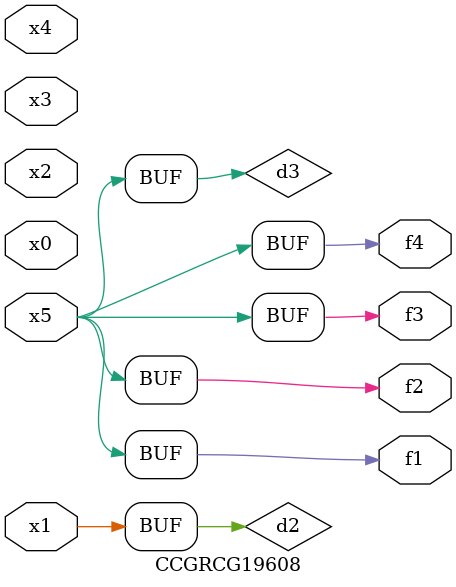
<source format=v>
module CCGRCG19608(
	input x0, x1, x2, x3, x4, x5,
	output f1, f2, f3, f4
);

	wire d1, d2, d3;

	not (d1, x5);
	or (d2, x1);
	xnor (d3, d1);
	assign f1 = d3;
	assign f2 = d3;
	assign f3 = d3;
	assign f4 = d3;
endmodule

</source>
